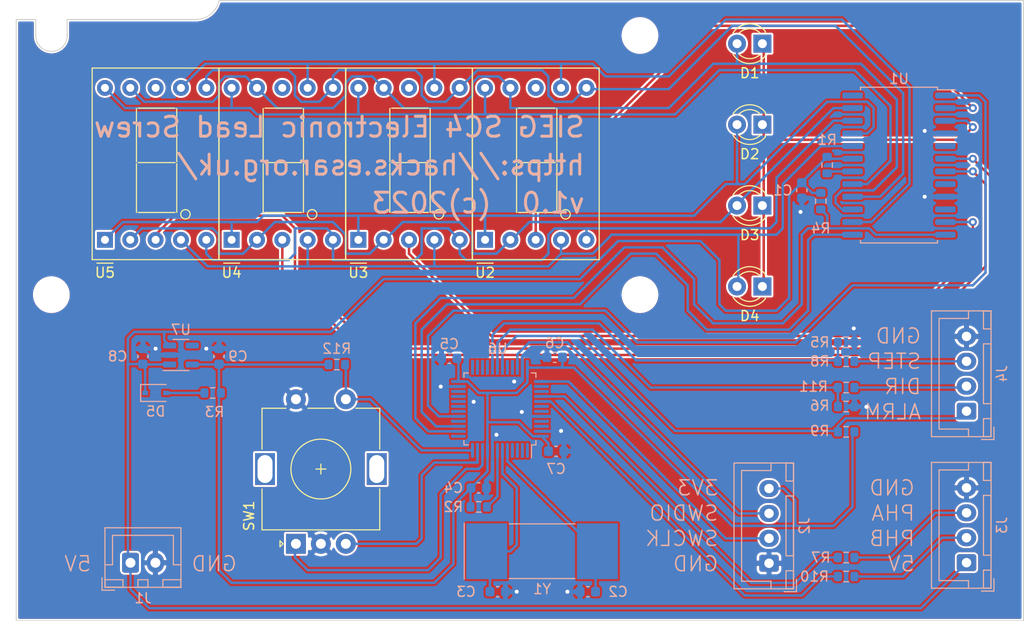
<source format=kicad_pcb>
(kicad_pcb (version 20211014) (generator pcbnew)
  (layers (0 "F.Cu" signal) (31 "B.Cu" signal) (34 "B.Paste" user) (35 "F.Paste" user) (36 "B.SilkS" user "B.Silkscreen") (37 "F.SilkS" user "F.Silkscreen") (38 "B.Mask" user) (39 "F.Mask" user) (44 "Edge.Cuts" user))
  (net 0 "")
  (net 1 "+5V")
  (net 2 "GND")
  (net 3 "Net-(C2-Pad1)")
  (net 4 "Net-(C3-Pad1)")
  (net 5 "+3V3")
  (net 6 "/SEG0")
  (net 7 "/SEG1")
  (net 8 "/DIG4")
  (net 9 "/SEG2")
  (net 10 "/SEG3")
  (net 11 "Net-(D5-Pad2)")
  (net 12 "/UI_ENC_PHA")
  (net 13 "/UI_ENC_PHB")
  (net 14 "/UI_ENC_BTN")
  (net 15 "/SWDIO")
  (net 16 "/SWCLK")
  (net 17 "Net-(J3-Pad2)")
  (net 18 "Net-(J3-Pad3)")
  (net 19 "/SERVO_ALARM")
  (net 20 "Net-(J4-Pad2)")
  (net 21 "Net-(J4-Pad3)")
  (net 22 "Net-(R1-Pad2)")
  (net 23 "Net-(R2-Pad2)")
  (net 24 "/SPI_NSS")
  (net 25 "/SERVO_DIR")
  (net 26 "/SERVO_STEP")
  (net 27 "/SPINDLE_ENC_PHB")
  (net 28 "/SPINDLE_ENC_PHA")
  (net 29 "/SPI_MOSI")
  (net 30 "/DIG0")
  (net 32 "/DIG2")
  (net 33 "/DIG3")
  (net 36 "/DIG1")
  (net 37 "/SPI_SCLK")
  (net 38 "/SEG5")
  (net 39 "/SEG6")
  (net 40 "/SEG4")
  (net 41 "/SEG7")
  (footprint "LED_THT:LED_D3.0mm" (layer "F.Cu") (at 175.755 83.705 180)
    (fp_text reference "D1")
    (fp_text value "LED")
  )
  (footprint "Display_7Segment:D1X8K" (layer "F.Cu") (at 147.955 103.3825 90)
    (fp_text reference "U2")
    (fp_text value "SC05-11EWA")
  )
  (footprint "MountingHole:MountingHole_3.2mm_M3" (layer "F.Cu") (at 104.485 108.885)
    (fp_text reference "H1" hide)
    (fp_text value "MountingHole")
  )
  (footprint "LED_THT:LED_D3.0mm" (layer "F.Cu") (at 175.755 108.065 180)
    (fp_text reference "D4")
    (fp_text value "LED")
  )
  (footprint "Display_7Segment:D1X8K" (layer "F.Cu") (at 109.855 103.3825 90)
    (fp_text reference "U5")
    (fp_text value "SC05-11EWA")
  )
  (footprint "LED_THT:LED_D3.0mm" (layer "F.Cu") (at 175.755 99.945 180)
    (fp_text reference "D3")
    (fp_text value "LED")
  )
  (footprint "Display_7Segment:D1X8K" (layer "F.Cu") (at 135.255 103.3825 90)
    (fp_text reference "U3")
    (fp_text value "SC05-11EWA")
  )
  (footprint "LED_THT:LED_D3.0mm" (layer "F.Cu") (at 175.755 91.825 180)
    (fp_text reference "D2")
    (fp_text value "LED")
  )
  (footprint "Rotary_Encoder:RotaryEncoder_Alps_EC11E-Switch_Vertical_H20mm" (layer "F.Cu") (at 129 133.878 90)
    (fp_text reference "SW1")
    (fp_text value "RotaryEncoder_Switch")
  )
  (footprint "MountingHole:MountingHole_3.2mm_M3" (layer "F.Cu") (at 163.485 82.885)
    (fp_text reference "H2" hide)
    (fp_text value "MountingHole")
  )
  (footprint "MountingHole:MountingHole_3.2mm_M3" (layer "F.Cu") (at 163.485 108.885)
    (fp_text reference "H4" hide)
    (fp_text value "MountingHole")
  )
  (footprint "Display_7Segment:D1X8K" (layer "F.Cu") (at 122.555 103.3825 90)
    (fp_text reference "U4")
    (fp_text value "SC05-11EWA")
  )
  (footprint "Connector_JST:JST_XH_B2B-XH-A_1x02_P2.50mm_Vertical" (layer "B.Cu") (at 112.415 135.78)
    (fp_text reference "J1")
    (fp_text value "Power")
  )
  (footprint "Resistor_SMD:R_0603_1608Metric" (layer "B.Cu") (at 182.245 95.885 -90)
    (fp_text reference "R1")
    (fp_text value "27K")
  )
  (footprint "Resistor_SMD:R_0603_1608Metric" (layer "B.Cu") (at 184.15 137.16)
    (fp_text reference "R10")
    (fp_text value "1K")
  )
  (footprint "Capacitor_SMD:C_0603_1608Metric" (layer "B.Cu") (at 154.94 115.17 180)
    (fp_text reference "C6")
    (fp_text value "0.1uF")
  )
  (footprint "Resistor_SMD:R_0603_1608Metric" (layer "B.Cu") (at 184.15 122.65 180)
    (fp_text reference "R9")
    (fp_text value "10K")
  )
  (footprint "Capacitor_SMD:C_0603_1608Metric" (layer "B.Cu") (at 121.285 115.075 90)
    (fp_text reference "C9")
    (fp_text value "0.1uF")
  )
  (footprint "Resistor_SMD:R_0603_1608Metric" (layer "B.Cu") (at 184.15 115.57)
    (fp_text reference "R8")
    (fp_text value "120R")
  )
  (footprint "Package_QFP:LQFP-48_7x7mm_P0.5mm" (layer "B.Cu") (at 149.4475 120.345 90)
    (fp_text reference "U6")
    (fp_text value "STM32F103C8Tx")
  )
  (footprint "Package_SO:SOIC-24W_7.5x15.4mm_P1.27mm" (layer "B.Cu") (at 189.445 95.885 180)
    (fp_text reference "U1")
    (fp_text value "MAX7219")
  )
  (footprint "Resistor_SMD:R_0603_1608Metric" (layer "B.Cu") (at 147.32 130.175)
    (fp_text reference "R2")
    (fp_text value "10K")
  )
  (footprint "Resistor_SMD:R_0603_1608Metric" (layer "B.Cu") (at 133.096 115.898)
    (fp_text reference "R12")
    (fp_text value "3K3")
  )
  (footprint "Resistor_SMD:R_0603_1608Metric" (layer "B.Cu") (at 181.61 99.505 -90)
    (fp_text reference "R4")
    (fp_text value "10K")
  )
  (footprint "Package_TO_SOT_SMD:SOT-23-5" (layer "B.Cu") (at 117.475 114.935)
    (fp_text reference "U7")
    (fp_text value "TLV73333PDBV")
  )
  (footprint "Connector_JST:JST_XH_B4B-XH-A_1x04_P2.50mm_Vertical" (layer "B.Cu") (at 196.215 120.57 90)
    (fp_text reference "J4")
    (fp_text value "Servo")
  )
  (footprint "Diode_SMD:D_SOD-323" (layer "B.Cu") (at 114.935 118.745)
    (fp_text reference "D5")
    (fp_text value "3.3V")
  )
  (footprint "Capacitor_SMD:C_0603_1608Metric" (layer "B.Cu") (at 158.255 138.684 180)
    (fp_text reference "C2")
    (fp_text value "C_Small")
  )
  (footprint "Capacitor_SMD:C_0603_1608Metric" (layer "B.Cu") (at 144.3675 115.265 180)
    (fp_text reference "C5")
    (fp_text value "0.1uF")
  )
  (footprint "Resistor_SMD:R_0603_1608Metric" (layer "B.Cu") (at 120.65 118.745)
    (fp_text reference "R3")
    (fp_text value "1K")
  )
  (footprint "Crystal:Crystal_SMD_SeikoEpson_MA505-2Pin_12.7x5.1mm" (layer "B.Cu") (at 153.67 134.62)
    (fp_text reference "Y1")
    (fp_text value "Crystal")
  )
  (footprint "Resistor_SMD:R_0603_1608Metric" (layer "B.Cu") (at 184.15 135.255)
    (fp_text reference "R7")
    (fp_text value "1K")
  )
  (footprint "Capacitor_SMD:C_0603_1608Metric" (layer "B.Cu") (at 147.32 128.27)
    (fp_text reference "C4")
    (fp_text value "0.1uF")
  )
  (footprint "Resistor_SMD:R_0603_1608Metric" (layer "B.Cu") (at 184.15 120.11)
    (fp_text reference "R6")
    (fp_text value "10K")
  )
  (footprint "Connector_JST:JST_XH_B4B-XH-A_1x04_P2.50mm_Vertical" (layer "B.Cu") (at 176.42 135.83 90)
    (fp_text reference "J2")
    (fp_text value "SWD")
  )
  (footprint "Capacitor_SMD:C_0603_1608Metric" (layer "B.Cu") (at 113.665 115.075 90)
    (fp_text reference "C8")
    (fp_text value "0.1uF")
  )
  (footprint "Connector_JST:JST_XH_B4B-XH-A_1x04_P2.50mm_Vertical" (layer "B.Cu") (at 196.215 135.77 90)
    (fp_text reference "J3")
    (fp_text value "Spindle_Encoder")
  )
  (footprint "Capacitor_SMD:C_0603_1608Metric" (layer "B.Cu") (at 155.08 124.6)
    (fp_text reference "C7")
    (fp_text value "0.1uF")
  )
  (footprint "Capacitor_SMD:C_0603_1608Metric" (layer "B.Cu") (at 179.705 98.425 -90)
    (fp_text reference "C1")
    (fp_text value "0.1uF")
  )
  (footprint "Resistor_SMD:R_0603_1608Metric" (layer "B.Cu") (at 184.15 113.665)
    (fp_text reference "R5")
    (fp_text value "10K")
  )
  (footprint "Resistor_SMD:R_0603_1608Metric" (layer "B.Cu") (at 184.15 118.205)
    (fp_text reference "R11")
    (fp_text value "120R")
  )
  (footprint "Capacitor_SMD:C_0603_1608Metric" (layer "B.Cu") (at 149.225 138.684)
    (fp_text reference "C3")
    (fp_text value "C_Small")
  )
  (gr_line (start 118.872 81.28) (end 106.0704 81.28) (layer "Edge.Cuts") (width 0.1))
  (gr_arc (start 106.0704 82.9056) (mid 104.4956 84.4804) (end 102.9208 82.9056) (layer "Edge.Cuts") (width 0.1))
  (gr_line (start 201.93 141.605) (end 100.965 141.605) (layer "Edge.Cuts") (width 0.1))
  (gr_line (start 106.0704 82.9056) (end 106.0704 81.28) (layer "Edge.Cuts") (width 0.1))
  (gr_line (start 100.965 141.605) (end 100.965 81.28) (layer "Edge.Cuts") (width 0.1))
  (gr_line (start 100.965 81.28) (end 102.9208 81.28) (layer "Edge.Cuts") (width 0.1))
  (gr_line (start 201.93 79.375) (end 201.93 141.605) (layer "Edge.Cuts") (width 0.1))
  (gr_line (start 102.9208 82.9056) (end 102.9208 81.28) (layer "Edge.Cuts") (width 0.1))
  (gr_line (start 201.93 79.375) (end 121.285 79.375) (layer "Edge.Cuts") (width 0.1))
  (gr_arc (start 121.286339 79.374848) (mid 120.42539 80.768458) (end 118.86934 81.280297) (layer "Edge.Cuts") (width 0.1))
  (gr_text "3V3" (at 171.45 128.27) (layer "B.SilkS") (effects (font (size 1.5 1.5)) (justify left mirror)))
  (gr_text "PHA" (at 191.135 130.81) (layer "B.SilkS") (effects (font (size 1.5 1.5)) (justify left mirror)))
  (gr_text "SIEG SC4 Electronic Lead Screw" (at 158.115 92.075) (layer "B.SilkS") (effects (font (size 2 2) (thickness 0.3)) (justify left mirror)))
  (gr_text "ALRM" (at 191.77 120.65) (layer "B.SilkS") (effects (font (size 1.5 1.5)) (justify left mirror)))
  (gr_text "GND" (at 191.77 113.03) (layer "B.SilkS") (effects (font (size 1.5 1.5)) (justify left mirror)))
  (gr_text "v1.0  (c)2023" (at 158.115 99.695) (layer "B.SilkS") (effects (font (size 2 2) (thickness 0.3)) (justify left mirror)))
  (gr_text "PHB" (at 191.135 133.35) (layer "B.SilkS") (effects (font (size 1.5 1.5)) (justify left mirror)))
  (gr_text "5V" (at 108.585 135.89) (layer "B.SilkS") (effects (font (size 1.5 1.5)) (justify left mirror)))
  (gr_text "https://hacks.esar.org.uk/" (at 158.115 95.885) (layer "B.SilkS") (effects (font (size 2 2) (thickness 0.3)) (justify left mirror)))
  (gr_text "SWDIO" (at 171.45 130.81) (layer "B.SilkS") (effects (font (size 1.5 1.5)) (justify left mirror)))
  (gr_text "GND" (at 191.135 128.27) (layer "B.SilkS") (effects (font (size 1.5 1.5)) (justify left mirror)))
  (gr_text "5V" (at 191.135 135.89) (layer "B.SilkS") (effects (font (size 1.5 1.5)) (justify left mirror)))
  (gr_text "DIR" (at 191.77 118.11) (layer "B.SilkS") (effects (font (size 1.5 1.5)) (justify left mirror)))
  (gr_text "GND" (at 171.45 135.89) (layer "B.SilkS") (effects (font (size 1.5 1.5)) (justify left mirror)))
  (gr_text "GND" (at 123.19 135.89) (layer "B.SilkS") (effects (font (size 1.5 1.5)) (justify left mirror)))
  (gr_text "SWCLK" (at 171.45 133.35) (layer "B.SilkS") (effects (font (size 1.5 1.5)) (justify left mirror)))
  (gr_text "STEP" (at 191.77 115.57) (layer "B.SilkS") (effects (font (size 1.5 1.5)) (justify left mirror)))
  (segment (start 112.16 115.805) (end 112.16 135.525) (width 0.25) (layer "B.Cu") (net 1))
  (segment (start 161.29 103.505) (end 169.545 103.505) (width 0.25) (layer "B.Cu") (net 1))
  (segment (start 182.435 95.25) (end 182.245 95.06) (width 0.25) (layer "B.Cu") (net 1))
  (segment (start 171.45 109.855) (end 172.085 110.49) (width 0.25) (layer "B.Cu") (net 1))
  (segment (start 172.085 110.49) (end 177.165 110.49) (width 0.25) (layer "B.Cu") (net 1))
  (segment (start 113.665 115.85) (end 112.205 115.85) (width 0.25) (layer "B.Cu") (net 1))
  (segment (start 113.665 115.85) (end 113.885 116.07) (width 0.25) (layer "B.Cu") (net 1))
  (segment (start 115.79 113.4375) (end 115.79 112.615) (width 0.25) (layer "B.Cu") (net 1))
  (segment (start 112.795 112.615) (end 112.16 113.25) (width 0.25) (layer "B.Cu") (net 1))
  (segment (start 191.65 140.335) (end 196.215 135.77) (width 0.25) (layer "B.Cu") (net 1))
  (segment (start 177.165 110.49) (end 178.435 109.22) (width 0.25) (layer "B.Cu") (net 1))
  (segment (start 157.48 107.315) (end 161.29 103.505) (width 0.25) (layer "B.Cu") (net 1))
  (segment (start 181.61 98.68) (end 180.735 98.68) (width 0.25) (layer "B.Cu") (net 1))
  (segment (start 178.435 109.22) (end 178.435 98.92) (width 0.25) (layer "B.Cu") (net 1))
  (segment (start 113.7 115.885) (end 113.665 115.85) (width 0.25) (layer "B.Cu") (net 1))
  (segment (start 171.45 105.41) (end 171.45 109.855) (width 0.25) (layer "B.Cu") (net 1))
  (segment (start 180.735 98.68) (end 179.705 97.65) (width 0.25) (layer "B.Cu") (net 1))
  (segment (start 169.545 103.505) (end 171.45 105.41) (width 0.25) (layer "B.Cu") (net 1))
  (segment (start 178.435 98.92) (end 179.705 97.65) (width 0.25) (layer "B.Cu") (net 1))
  (segment (start 114.3 140.335) (end 191.65 140.335) (width 0.25) (layer "B.Cu") (net 1))
  (segment (start 179.705 97.65) (end 179.705 97.6) (width 0.25) (layer "B.Cu") (net 1))
  (segment (start 112.415 138.45) (end 112.415 135.78) (width 0.25) (layer "B.Cu") (net 1))
  (segment (start 115.79 112.615) (end 112.795 112.615) (width 0.25) (layer "B.Cu") (net 1))
  (segment (start 113.885 116.07) (end 113.885 118.745) (width 0.25) (layer "B.Cu") (net 1))
  (segment (start 115.79 112.615) (end 132.495 112.615) (width 0.25) (layer "B.Cu") (net 1))
  (segment (start 112.16 113.25) (end 112.16 115.805) (width 0.25) (layer "B.Cu") (net 1))
  (segment (start 184.795 95.25) (end 182.435 95.25) (width 0.25) (layer "B.Cu") (net 1))
  (segment (start 114.3 140.335) (end 112.415 138.45) (width 0.25) (layer "B.Cu") (net 1))
  (segment (start 137.795 107.315) (end 157.48 107.315) (width 0.25) (layer "B.Cu") (net 1))
  (segment (start 116.3375 115.885) (end 113.7 115.885) (width 0.25) (layer "B.Cu") (net 1))
  (segment (start 112.205 115.85) (end 112.16 115.805) (width 0.25) (layer "B.Cu") (net 1))
  (segment (start 116.3375 113.985) (end 115.79 113.4375) (width 0.25) (layer "B.Cu") (net 1))
  (segment (start 112.16 135.525) (end 112.415 135.78) (width 0.25) (layer "B.Cu") (net 1))
  (segment (start 179.705 97.6) (end 182.245 95.06) (width 0.25) (layer "B.Cu") (net 1))
  (segment (start 132.495 112.615) (end 137.795 107.315) (width 0.25) (layer "B.Cu") (net 1))
  (via (at 120.015 114.3) (size 0.8) (drill 0.4) (layers "F.Cu" "B.Cu") (net 2))
  (via (at 151.638 120.65) (size 0.8) (drill 0.4) (layers "F.Cu" "B.Cu") (net 2))
  (via (at 146.812 119.634) (size 0.8) (drill 0.4) (layers "F.Cu" "B.Cu") (net 2))
  (via (at 150.876 117.602) (size 0.8) (drill 0.4) (layers "F.Cu" "B.Cu") (net 2))
  (via (at 114.935 114.3) (size 0.8) (drill 0.4) (layers "F.Cu" "B.Cu") (net 2))
  (via (at 192.024 92.456) (size 0.8) (drill 0.4) (layers "F.Cu" "B.Cu") (net 2))
  (via (at 149.098 122.936) (size 0.8) (drill 0.4) (layers "F.Cu" "B.Cu") (net 2))
  (via (at 156.21 138.684) (size 0.8) (drill 0.4) (layers "F.Cu" "B.Cu") (net 2))
  (via (at 184.912 112.268) (size 0.8) (drill 0.4) (layers "F.Cu" "B.Cu") (net 2))
  (via (at 143.51 118.11) (size 0.8) (drill 0.4) (layers "F.Cu" "B.Cu") (net 2))
  (via (at 192.024 99.06) (size 0.8) (drill 0.4) (layers "F.Cu" "B.Cu") (net 2))
  (via (at 179.578 100.584) (size 0.8) (drill 0.4) (layers "F.Cu" "B.Cu") (net 2))
  (via (at 155.575 122.555) (size 0.8) (drill 0.4) (layers "F.Cu" "B.Cu") (net 2))
  (via (at 151.13 138.684) (size 0.8) (drill 0.4) (layers "F.Cu" "B.Cu") (net 2))
  (via (at 186.182 120.142) (size 0.8) (drill 0.4) (layers "F.Cu" "B.Cu") (net 2))
  (segment (start 114.3 114.935) (end 113.665 114.3) (width 0.25) (layer "B.Cu") (net 2))
  (segment (start 116.3375 114.935) (end 114.3 114.935) (width 0.25) (layer "B.Cu") (net 2))
  (segment (start 150.1975 125.5975) (end 159.22 134.62) (width 0.25) (layer "B.Cu") (net 3))
  (segment (start 159.03 138.684) (end 159.03 134.81) (width 0.25) (layer "B.Cu") (net 3))
  (segment (start 159.03 134.81) (end 159.22 134.62) (width 0.25) (layer "B.Cu") (net 3))
  (segment (start 150.1975 124.5075) (end 150.1975 125.5975) (width 0.25) (layer "B.Cu") (net 3))
  (segment (start 149.6975 126.8375) (end 151.13 128.27) (width 0.25) (layer "B.Cu") (net 4))
  (segment (start 151.13 128.27) (end 151.13 133.985) (width 0.25) (layer "B.Cu") (net 4))
  (segment (start 151.13 133.985) (end 150.495 134.62) (width 0.25) (layer "B.Cu") (net 4))
  (segment (start 148.45 134.95) (end 148.12 134.62) (width 0.25) (layer "B.Cu") (net 4))
  (segment (start 149.6975 124.5075) (end 149.6975 126.8375) (width 0.25) (layer "B.Cu") (net 4))
  (segment (start 148.45 138.684) (end 148.45 134.95) (width 0.25) (layer "B.Cu") (net 4))
  (segment (start 150.495 134.62) (end 148.12 134.62) (width 0.25) (layer "B.Cu") (net 4))
  (segment (start 184.975 122.745) (end 184.975 122.65) (width 0.25) (layer "B.Cu") (net 5))
  (segment (start 152.746802 123.095) (end 151.329302 121.6775) (width 0.25) (layer "B.Cu") (net 5))
  (segment (start 151.329302 121.6775) (end 148.1975 121.6775) (width 0.25) (layer "B.Cu") (net 5))
  (segment (start 172.72 132.08) (end 179.07 132.08) (width 0.25) (layer "B.Cu") (net 5))
  (segment (start 184.785 130.175) (end 184.785 122.935) (width 0.25) (layer "B.Cu") (net 5))
  (segment (start 177.86 128.33) (end 179.07 129.54) (width 0.25) (layer "B.Cu") (net 5))
  (segment (start 148.1975 123.4325) (end 148.1975 124.5075) (width 0.25) (layer "B.Cu") (net 5))
  (segment (start 147.32 118.745) (end 148.1975 118.745) (width 0.25) (layer "B.Cu") (net 5))
  (segment (start 184.785 122.935) (end 184.975 122.745) (width 0.25) (layer "B.Cu") (net 5))
  (segment (start 146.545 128.27) (end 144.78 130.035) (width 0.25) (layer "B.Cu") (net 5))
  (segment (start 152.22 116.205) (end 155.575 116.205) (width 0.25) (layer "B.Cu") (net 5))
  (segment (start 148.1975 118.745) (end 148.1975 121.6775) (width 0.25) (layer "B.Cu") (net 5))
  (segment (start 156.845 116.205) (end 172.72 132.08) (width 0.25) (layer "B.Cu") (net 5))
  (segment (start 152.1975 117.6775) (end 151.13 118.745) (width 0.25) (layer "B.Cu") (net 5))
  (segment (start 121.333 115.898) (end 121.285 115.85) (width 0.25) (layer "B.Cu") (net 5))
  (segment (start 121.285 118.935) (end 121.475 118.745) (width 0.25) (layer "B.Cu") (net 5))
  (segment (start 121.475 118.745) (end 121.285 118.555) (width 0.25) (layer "B.Cu") (net 5))
  (segment (start 146.495 130.175) (end 146.495 128.32) (width 0.25) (layer "B.Cu") (net 5))
  (segment (start 154.305 123.79) (end 153.61 123.095) (width 0.25) (layer "B.Cu") (net 5))
  (segment (start 146.17 117.595) (end 147.32 118.745) (width 0.25) (layer "B.Cu") (net 5))
  (segment (start 132.271 115.898) (end 121.333 115.898) (width 0.25) (layer "B.Cu") (net 5))
  (segment (start 155.715 116.065) (end 155.575 116.205) (width 0.25) (layer "B.Cu") (net 5))
  (segment (start 146.495 128.32) (end 146.545 128.27) (width 0.25) (layer "B.Cu") (net 5))
  (segment (start 145.285 115.4075) (end 145.1425 115.265) (width 0.25) (layer "B.Cu") (net 5))
  (segment (start 176.42 128.33) (end 177.86 128.33) (width 0.25) (layer "B.Cu") (net 5))
  (segment (start 121.285 118.555) (end 121.285 115.85) (width 0.25) (layer "B.Cu") (net 5))
  (segment (start 142.875 137.795) (end 122.555 137.795) (width 0.25) (layer "B.Cu") (net 5))
  (segment (start 118.6125 115.885) (end 121.25 115.885) (width 0.25) (layer "B.Cu") (net 5))
  (segment (start 155.575 116.205) (end 156.845 116.205) (width 0.25) (layer "B.Cu") (net 5))
  (segment (start 179.07 132.08) (end 182.88 132.08) (width 0.25) (layer "B.Cu") (net 5))
  (segment (start 148.1975 126.6175) (end 146.545 128.27) (width 0.25) (layer "B.Cu") (net 5))
  (segment (start 121.285 136.525) (end 121.285 118.935) (width 0.25) (layer "B.Cu") (net 5))
  (segment (start 122.555 137.795) (end 121.285 136.525) (width 0.25) (layer "B.Cu") (net 5))
  (segment (start 152.1975 116.1825) (end 152.1975 117.6775) (width 0.25) (layer "B.Cu") (net 5))
  (segment (start 121.25 115.885) (end 121.285 115.85) (width 0.25) (layer "B.Cu") (net 5))
  (segment (start 154.305 124.6) (end 154.305 123.79) (width 0.25) (layer "B.Cu") (net 5))
  (segment (start 144.78 130.035) (end 144.78 135.89) (width 0.25) (layer "B.Cu") (net 5))
  (segment (start 179.07 129.54) (end 179.07 132.08) (width 0.25) (layer "B.Cu") (net 5))
  (segment (start 145.285 117.595) (end 145.285 115.4075) (width 0.25) (layer "B.Cu") (net 5))
  (segment (start 145.285 117.595) (end 146.17 117.595) (width 0.25) (layer "B.Cu") (net 5))
  (segment (start 182.88 132.08) (end 184.785 130.175) (width 0.25) (layer "B.Cu") (net 5))
  (segment (start 151.13 118.745) (end 147.32 118.745) (width 0.25) (layer "B.Cu") (net 5))
  (segment (start 148.1975 124.5075) (end 148.1975 126.6175) (width 0.25) (layer "B.Cu") (net 5))
  (segment (start 153.61 123.095) (end 152.746802 123.095) (width 0.25) (layer "B.Cu") (net 5))
  (segment (start 148.1975 121.6775) (end 148.1975 123.4325) (width 0.25) (layer "B.Cu") (net 5))
  (segment (start 152.1975 116.1825) (end 152.22 116.205) (width 0.25) (layer "B.Cu") (net 5))
  (segment (start 144.78 135.89) (end 142.875 137.795) (width 0.25) (layer "B.Cu") (net 5))
  (segment (start 155.715 115.17) (end 155.715 116.065) (width 0.25) (layer "B.Cu") (net 5))
  (segment (start 155.575 88.1425) (end 155.575 85.725) (width 0.25) (layer "B.Cu") (net 6))
  (segment (start 172.085 81.28) (end 183.73 81.28) (width 0.25) (layer "B.Cu") (net 6))
  (segment (start 155.575 85.725) (end 153.035 85.725) (width 0.25) (layer "B.Cu") (net 6))
  (segment (start 186.69 101.6) (end 184.795 101.6) (width 0.25) (layer "B.Cu") (net 6))
  (segment (start 160.02 86.995) (end 166.37 86.995) (width 0.25) (layer "B.Cu") (net 6))
  (segment (start 142.875 88.1425) (end 142.875 85.725) (width 0.25) (layer "B.Cu") (net 6))
  (segment (start 155.575 85.725) (end 158.75 85.725) (width 0.25) (layer "B.Cu") (net 6))
  (segment (start 145.2925 85.725) (end 154.94 85.725) (width 0.25) (layer "B.Cu") (net 6))
  (segment (start 158.75 85.725) (end 160.02 86.995) (width 0.25) (layer "B.Cu") (net 6))
  (segment (start 142.875 85.725) (end 145.415 85.725) (width 0.25) (layer "B.Cu") (net 6))
  (segment (start 117.475 88.1425) (end 119.8925 85.725) (width 0.25) (layer "B.Cu") (net 6))
  (segment (start 190.5 97.79) (end 186.69 101.6) (width 0.25) (layer "B.Cu") (net 6))
  (segment (start 190.5 88.05) (end 190.5 97.79) (width 0.25) (layer "B.Cu") (net 6))
  (segment (start 130.175 88.1425) (end 130.175 85.725) (width 0.25) (layer "B.Cu") (net 6))
  (segment (start 130.175 85.725) (end 142.875 85.725) (width 0.25) (layer "B.Cu") (net 6))
  (segment (start 183.73 81.28) (end 190.5 88.05) (width 0.25) (layer "B.Cu") (net 6))
  (segment (start 119.8925 85.725) (end 130.175 85.725) (width 0.25) (layer "B.Cu") (net 6))
  (segment (start 166.37 86.995) (end 172.085 81.28) (width 0.25) (layer "B.Cu") (net 6))
  (segment (start 189.865 88.685) (end 183.095 81.915) (width 0.25) (layer "B.Cu") (net 7))
  (segment (start 128.905 88.9) (end 129.54 89.535) (width 0.25) (layer "B.Cu") (net 7))
  (segment (start 166.37 88.265) (end 158.2375 88.265) (width 0.25) (layer "B.Cu") (net 7))
  (segment (start 158.2375 88.265) (end 158.115 88.1425) (width 0.25) (layer "B.Cu") (net 7))
  (segment (start 144.0225 89.535) (end 145.415 88.1425) (width 0.25) (layer "B.Cu") (net 7))
  (segment (start 189.865 96.735) (end 189.865 88.685) (width 0.25) (layer "B.Cu") (net 7))
  (segment (start 187.54 99.06) (end 189.865 96.735) (width 0.25) (layer "B.Cu") (net 7))
  (segment (start 147.1975 86.36) (end 153.67 86.36) (width 0.25) (layer "B.Cu") (net 7))
  (segment (start 183.095 81.915) (end 172.72 81.915) (width 0.25) (layer "B.Cu") (net 7))
  (segment (start 132.715 86.93375) (end 133.28875 86.36) (width 0.25) (layer "B.Cu") (net 7))
  (segment (start 154.94 89.535) (end 156.7225 89.535) (width 0.25) (layer "B.Cu") (net 7))
  (segment (start 128.905 86.995) (end 128.905 88.9) (width 0.25) (layer "B.Cu") (net 7))
  (segment (start 128.27 86.36) (end 128.905 86.995) (width 0.25) (layer "B.Cu") (net 7))
  (segment (start 172.72 81.915) (end 166.37 88.265) (width 0.25) (layer "B.Cu") (net 7))
  (segment (start 156.7225 89.535) (end 158.115 88.1425) (width 0.25) (layer "B.Cu") (net 7))
  (segment (start 120.015 88.1425) (end 120.015 86.995) (width 0.25) (layer "B.Cu") (net 7))
  (segment (start 120.65 86.36) (end 128.27 86.36) (width 0.25) (layer "B.Cu") (net 7))
  (segment (start 145.415 88.1425) (end 147.1975 86.36) (width 0.25) (layer "B.Cu") (net 7))
  (segment (start 153.67 86.36) (end 154.305 86.995) (width 0.25) (layer "B.Cu") (net 7))
  (segment (start 131.3225 89.535) (end 132.715 88.1425) (width 0.25) (layer "B.Cu") (net 7))
  (segment (start 120.015 86.995) (end 120.65 86.36) (width 0.25) (layer "B.Cu") (net 7))
  (segment (start 142.24 89.535) (end 144.0225 89.535) (width 0.25) (layer "B.Cu") (net 7))
  (segment (start 154.305 88.9) (end 154.94 89.535) (width 0.25) (layer "B.Cu") (net 7))
  (segment (start 184.795 99.06) (end 187.54 99.06) (width 0.25) (layer "B.Cu") (net 7))
  (segment (start 132.715 88.1425) (end 132.715 86.93375) (width 0.25) (layer "B.Cu") (net 7))
  (segment (start 141.605 86.995) (end 141.605 88.9) (width 0.25) (layer "B.Cu") (net 7))
  (segment (start 129.54 89.535) (end 131.3225 89.535) (width 0.25) (layer "B.Cu") (net 7))
  (segment (start 133.28875 86.36) (end 140.97 86.36) (width 0.25) (layer "B.Cu") (net 7))
  (segment (start 140.97 86.36) (end 141.605 86.995) (width 0.25) (layer "B.Cu") (net 7))
  (segment (start 154.305 86.995) (end 154.305 88.9) (width 0.25) (layer "B.Cu") (net 7))
  (segment (start 141.605 88.9) (end 142.24 89.535) (width 0.25) (layer "B.Cu") (net 7))
  (segment (start 175.89 107.93) (end 175.755 108.065) (width 0.25) (layer "F.Cu") (net 8))
  (segment (start 175.89 83.84) (end 175.89 93.345) (width 0.25) (layer "F.Cu") (net 8))
  (segment (start 175.89 93.345) (end 175.89 107.93) (width 0.25) (layer "F.Cu") (net 8))
  (segment (start 175.755 83.705) (end 175.89 83.84) (width 0.25) (layer "F.Cu") (net 8))
  (segment (start 195.58 93.345) (end 175.89 93.345) (width 0.25) (layer "F.Cu") (net 8))
  (segment (start 196.85 92.075) (end 195.58 93.345) (width 0.25) (layer "F.Cu") (net 8))
  (via (at 196.85 92.075) (size 0.8) (drill 0.4) (layers "F.Cu" "B.Cu") (net 8))
  (segment (start 196.85 92.075) (end 196.215 91.44) (width 0.25) (layer "B.Cu") (net 8))
  (segment (start 196.215 91.44) (end 194.095 91.44) (width 0.25) (layer "B.Cu") (net 8))
  (segment (start 145.5375 106.045) (end 154.305 106.045) (width 0.25) (layer "B.Cu") (net 9))
  (segment (start 130.175 103.3825) (end 130.175 106.045) (width 0.25) (layer "B.Cu") (net 9))
  (segment (start 120.1375 106.045) (end 130.175 106.045) (width 0.25) (layer "B.Cu") (net 9))
  (segment (start 130.175 106.045) (end 145.415 106.045) (width 0.25) (layer "B.Cu") (net 9))
  (segment (start 177.165 102.87) (end 177.8 102.235) (width 0.25) (layer "B.Cu") (net 9))
  (segment (start 142.875 103.3825) (end 142.875 106.045) (width 0.25) (layer "B.Cu") (net 9))
  (segment (start 177.8 102.235) (end 177.8 97.79) (width 0.25) (layer "B.Cu") (net 9))
  (segment (start 160.655 102.87) (end 177.165 102.87) (width 0.25) (layer "B.Cu") (net 9))
  (segment (start 158.75 104.775) (end 160.655 102.87) (width 0.25) (layer "B.Cu") (net 9))
  (segment (start 173.355 107.925) (end 173.355 102.87) (width 0.25) (layer "B.Cu") (net 9))
  (segment (start 173.215 108.065) (end 173.355 107.925) (width 0.25) (layer "B.Cu") (net 9))
  (segment (start 155.575 104.775) (end 158.75 104.775) (width 0.25) (layer "B.Cu") (net 9))
  (segment (start 154.305 106.045) (end 155.575 104.775) (width 0.25) (layer "B.Cu") (net 9))
  (segment (start 177.8 97.79) (end 181.61 93.98) (width 0.25) (layer "B.Cu") (net 9))
  (segment (start 181.61 93.98) (end 184.795 93.98) (width 0.25) (layer "B.Cu") (net 9))
  (segment (start 117.475 103.3825) (end 120.1375 106.045) (width 0.25) (layer "B.Cu") (net 9))
  (segment (start 155.575 104.775) (end 155.575 103.3825) (width 0.25) (layer "B.Cu") (net 9))
  (segment (start 146.685 104.775) (end 149.1025 104.775) (width 0.25) (layer "B.Cu") (net 10))
  (segment (start 137.9175 103.3825) (end 139.7 101.6) (width 0.25) (layer "B.Cu") (net 10))
  (segment (start 139.7 101.6) (end 145.415 101.6) (width 0.25) (layer "B.Cu") (net 10))
  (segment (start 133.985 104.775) (end 136.4025 104.775) (width 0.25) (layer "B.Cu") (net 10))
  (segment (start 113.5425 102.235) (end 120.65 102.235) (width 0.25) (layer "B.Cu") (net 10))
  (segment (start 136.4025 104.775) (end 137.795 103.3825) (width 0.25) (layer "B.Cu") (net 10))
  (segment (start 125.095 103.3825) (end 126.8775 101.6) (width 0.25) (layer "B.Cu") (net 10))
  (segment (start 152.4 101.6) (end 171.56 101.6) (width 0.25) (layer "B.Cu") (net 10))
  (segment (start 126.8775 101.6) (end 132.715 101.6) (width 0.25) (layer "B.Cu") (net 10))
  (segment (start 145.415 101.6) (end 146.685 102.87) (width 0.25) (layer "B.Cu") (net 10))
  (segment (start 137.795 103.3825) (end 137.9175 103.3825) (width 0.25) (layer "B.Cu") (net 10))
  (segment (start 120.65 102.235) (end 121.285 102.87) (width 0.25) (layer "B.Cu") (net 10))
  (segment (start 149.1025 104.775) (end 150.495 103.3825) (width 0.25) (layer "B.Cu") (net 10))
  (segment (start 182.88 90.17) (end 173.215 99.835) (width 0.25) (layer "B.Cu") (net 10))
  (segment (start 121.285 104.775) (end 123.7025 104.775) (width 0.25) (layer "B.Cu") (net 10))
  (segment (start 123.7025 104.775) (end 125.095 103.3825) (width 0.25) (layer "B.Cu") (net 10))
  (segment (start 133.985 102.87) (end 133.985 104.775) (width 0.25) (layer "B.Cu") (net 10))
  (segment (start 146.685 102.87) (end 146.685 104.775) (width 0.25) (layer "B.Cu") (net 10))
  (segment (start 132.715 101.6) (end 133.985 102.87) (width 0.25) (layer "B.Cu") (net 10))
  (segment (start 184.795 90.17) (end 182.88 90.17) (width 0.25) (layer "B.Cu") (net 10))
  (segment (start 150.495 103.3825) (end 150.6175 103.3825) (width 0.25) (layer "B.Cu") (net 10))
  (segment (start 171.56 101.6) (end 173.215 99.945) (width 0.25) (layer "B.Cu") (net 10))
  (segment (start 150.6175 103.3825) (end 152.4 101.6) (width 0.25) (layer "B.Cu") (net 10))
  (segment (start 173.215 99.835) (end 173.215 99.945) (width 0.25) (layer "B.Cu") (net 10))
  (segment (start 121.285 102.87) (end 121.285 104.775) (width 0.25) (layer "B.Cu") (net 10))
  (segment (start 112.395 103.3825) (end 113.5425 102.235) (width 0.25) (layer "B.Cu") (net 10))
  (segment (start 119.825 118.745) (end 115.985 118.745) (width 0.25) (layer "B.Cu") (net 11))
  (segment (start 147.6975 124.5075) (end 147.6975 125.9875) (width 0.25) (layer "B.Cu") (net 12))
  (segment (start 128.905 134.175) (end 129 134.08) (width 0.25) (layer "B.Cu") (net 12))
  (segment (start 146.05 126.365) (end 143.51 128.905) (width 0.25) (layer "B.Cu") (net 12))
  (segment (start 143.51 135.255) (end 142.24 136.525) (width 0.25) (layer "B.Cu") (net 12))
  (segment (start 129 134.08) (end 129 133.878) (width 0.25) (layer "B.Cu") (net 12))
  (segment (start 147.6975 125.9875) (end 147.32 126.365) (width 0.25) (layer "B.Cu") (net 12))
  (segment (start 143.51 128.905) (end 143.51 135.255) (width 0.25) (layer "B.Cu") (net 12))
  (segment (start 128.905 135.255) (end 128.905 134.175) (width 0.25) (layer "B.Cu") (net 12))
  (segment (start 142.24 136.525) (end 130.175 136.525) (width 0.25) (layer "B.Cu") (net 12))
  (segment (start 130.175 136.525) (end 128.905 135.255) (width 0.25) (layer "B.Cu") (net 12))
  (segment (start 147.32 126.365) (end 146.05 126.365) (width 0.25) (layer "B.Cu") (net 12))
  (segment (start 142.875 125.73) (end 141.605 127) (width 0.25) (layer "B.Cu") (net 13))
  (segment (start 147.1975 124.5075) (end 147.1975 125.73) (width 0.25) (layer "B.Cu") (net 13))
  (segment (start 147.1975 125.73) (end 142.875 125.73) (width 0.25) (layer "B.Cu") (net 13))
  (segment (start 141.605 127) (end 141.605 133.35) (width 0.25) (layer "B.Cu") (net 13))
  (segment (start 141.605 133.35) (end 141.077 133.878) (width 0.25) (layer "B.Cu") (net 13))
  (segment (start 141.077 133.878) (end 134 133.878) (width 0.25) (layer "B.Cu") (net 13))
  (segment (start 141.6525 124.5075) (end 141.605 124.46) (width 0.25) (layer "B.Cu") (net 14))
  (segment (start 134 119.378) (end 134 115.977) (width 0.25) (layer "B.Cu") (net 14))
  (segment (start 136.445 119.378) (end 134 119.378) (width 0.25) (layer "B.Cu") (net 14))
  (segment (start 134 115.977) (end 133.921 115.898) (width 0.25) (layer "B.Cu") (net 14))
  (segment (start 141.5745 124.5075) (end 136.445 119.378) (width 0.25) (layer "B.Cu") (net 14))
  (segment (start 146.6975 124.5075) (end 141.6525 124.5075) (width 0.25) (layer "B.Cu") (net 14))
  (segment (start 152.4 113.665) (end 156.21 113.665) (width 0.25) (layer "B.Cu") (net 15))
  (segment (start 173.375 130.83) (end 176.42 130.83) (width 0.25) (layer "B.Cu") (net 15))
  (segment (start 156.21 113.665) (end 173.375 130.83) (width 0.25) (layer "B.Cu") (net 15))
  (segment (start 151.1975 114.8675) (end 152.4 113.665) (width 0.25) (layer "B.Cu") (net 15))
  (segment (start 151.1975 116.1825) (end 151.1975 114.8675) (width 0.25) (layer "B.Cu") (net 15))
  (segment (start 153.61 117.595) (end 156.33 117.595) (width 0.25) (layer "B.Cu") (net 16))
  (segment (start 172.065 133.33) (end 176.42 133.33) (width 0.25) (layer "B.Cu") (net 16))
  (segment (start 156.33 117.595) (end 172.065 133.33) (width 0.25) (layer "B.Cu") (net 16))
  (segment (start 193.755 133.27) (end 196.215 133.27) (width 0.25) (layer "B.Cu") (net 17))
  (segment (start 189.865 137.16) (end 193.755 133.27) (width 0.25) (layer "B.Cu") (net 17))
  (segment (start 184.975 137.16) (end 189.865 137.16) (width 0.25) (layer "B.Cu") (net 17))
  (segment (start 193.08 130.77) (end 196.215 130.77) (width 0.25) (layer "B.Cu") (net 18))
  (segment (start 184.975 135.255) (end 188.595 135.255) (width 0.25) (layer "B.Cu") (net 18))
  (segment (start 188.595 135.255) (end 193.08 130.77) (width 0.25) (layer "B.Cu") (net 18))
  (segment (start 183.23 122.555) (end 167.005 122.555) (width 0.25) (layer "B.Cu") (net 19))
  (segment (start 151.13 113.03) (end 149.6975 114.4625) (width 0.25) (layer "B.Cu") (net 19))
  (segment (start 183.325 122.65) (end 183.325 122.0625) (width 0.25) (layer "B.Cu") (net 19))
  (segment (start 183.325 122.65) (end 183.23 122.555) (width 0.25) (layer "B.Cu") (net 19))
  (segment (start 184.1025 121.285) (end 195.5 121.285) (width 0.25) (layer "B.Cu") (net 19))
  (segment (start 167.005 122.555) (end 157.48 113.03) (width 0.25) (layer "B.Cu") (net 19))
  (segment (start 157.48 113.03) (end 151.13 113.03) (width 0.25) (layer "B.Cu") (net 19))
  (segment (start 149.6975 114.4625) (end 149.6975 116.1825) (width 0.25) (layer "B.Cu") (net 19))
  (segment (start 183.325 122.0625) (end 184.1025 121.285) (width 0.25) (layer "B.Cu") (net 19))
  (segment (start 195.5 121.285) (end 196.215 120.57) (width 0.25) (layer "B.Cu") (net 19))
  (segment (start 184.975 118.205) (end 196.08 118.205) (width 0.25) (layer "B.Cu") (net 20))
  (segment (start 196.08 118.205) (end 196.215 118.07) (width 0.25) (layer "B.Cu") (net 20))
  (segment (start 184.975 115.57) (end 196.215 115.57) (width 0.25) (layer "B.Cu") (net 21))
  (segment (start 182.435 96.52) (end 182.245 96.71) (width 0.25) (layer "B.Cu") (net 22))
  (segment (start 184.795 96.52) (end 182.435 96.52) (width 0.25) (layer "B.Cu") (net 22))
  (segment (start 149.1975 129.1225) (end 148.145 130.175) (width 0.25) (layer "B.Cu") (net 23))
  (segment (start 149.1975 124.5075) (end 149.1975 129.1225) (width 0.25) (layer "B.Cu") (net 23))
  (segment (start 182.245 100.965) (end 182.245 102.235) (width 0.25) (layer "B.Cu") (net 24))
  (segment (start 142.28 122.595) (end 140.97 121.285) (width 0.25) (layer "B.Cu") (net 24))
  (segment (start 156.845 109.22) (end 161.925 104.14) (width 0.25) (layer "B.Cu") (net 24))
  (segment (start 165.735 104.14) (end 168.91 107.315) (width 0.25) (layer "B.Cu") (net 24))
  (segment (start 140.97 111.76) (end 143.51 109.22) (width 0.25) (layer "B.Cu") (net 24))
  (segment (start 170.815 111.76) (end 177.8 111.76) (width 0.25) (layer "B.Cu") (net 24))
  (segment (start 186.48 102.235) (end 187.115 102.87) (width 0.25) (layer "B.Cu") (net 24))
  (segment (start 145.285 122.595) (end 142.28 122.595) (width 0.25) (layer "B.Cu") (net 24))
  (segment (start 168.91 109.855) (end 170.815 111.76) (width 0.25) (layer "B.Cu") (net 24))
  (segment (start 179.705 109.855) (end 179.705 102.87) (width 0.25) (layer "B.Cu") (net 24))
  (segment (start 161.925 104.14) (end 165.735 104.14) (width 0.25) (layer "B.Cu") (net 24))
  (segment (start 143.51 109.22) (end 156.845 109.22) (width 0.25) (layer "B.Cu") (net 24))
  (segment (start 177.8 111.76) (end 179.705 109.855) (width 0.25) (layer "B.Cu") (net 24))
  (segment (start 181.61 100.33) (end 182.245 100.965) (width 0.25) (layer "B.Cu") (net 24))
  (segment (start 187.115 102.87) (end 194.095 102.87) (width 0.25) (layer "B.Cu") (net 24))
  (segment (start 140.97 121.285) (end 140.97 111.76) (width 0.25) (layer "B.Cu") (net 24))
  (segment (start 168.91 107.315) (end 168.91 109.855) (width 0.25) (layer "B.Cu") (net 24))
  (segment (start 179.705 102.87) (end 180.34 102.235) (width 0.25) (layer "B.Cu") (net 24))
  (segment (start 180.34 102.235) (end 186.48 102.235) (width 0.25) (layer "B.Cu") (net 24))
  (segment (start 183.325 118.205) (end 183.325 120.11) (width 0.25) (layer "B.Cu") (net 25))
  (segment (start 149.1975 113.6925) (end 150.495 112.395) (width 0.25) (layer "B.Cu") (net 25))
  (segment (start 158.75 112.395) (end 164.56 118.205) (width 0.25) (layer "B.Cu") (net 25))
  (segment (start 171.545 118.205) (end 183.325 118.205) (width 0.25) (layer "B.Cu") (net 25))
  (segment (start 164.56 118.205) (end 171.45 118.205) (width 0.25) (layer "B.Cu") (net 25))
  (segment (start 149.1975 116.1825) (end 149.1975 113.6925) (width 0.25) (layer "B.Cu") (net 25))
  (segment (start 150.495 112.395) (end 158.75 112.395) (width 0.25) (layer "B.Cu") (net 25))
  (segment (start 183.325 115.57) (end 183.325 113.665) (width 0.25) (layer "B.Cu") (net 26))
  (segment (start 183.23 115.475) (end 183.325 115.57) (width 0.25) (layer "B.Cu") (net 26))
  (segment (start 148.6975 112.9225) (end 149.86 111.76) (width 0.25) (layer "B.Cu") (net 26))
  (segment (start 163.1 115.475) (end 171.45 115.475) (width 0.25) (layer "B.Cu") (net 26))
  (segment (start 149.86 111.76) (end 159.385 111.76) (width 0.25) (layer "B.Cu") (net 26))
  (segment (start 171.355 115.475) (end 183.23 115.475) (width 0.25) (layer "B.Cu") (net 26))
  (segment (start 148.6975 116.1825) (end 148.6975 112.9225) (width 0.25) (layer "B.Cu") (net 26))
  (segment (start 159.385 111.76) (end 163.1 115.475) (width 0.25) (layer "B.Cu") (net 26))
  (segment (start 179.705 139.065) (end 181.61 137.16) (width 0.25) (layer "B.Cu") (net 27))
  (segment (start 153.61 119.595) (end 154.52 119.595) (width 0.25) (layer "B.Cu") (net 27))
  (segment (start 173.99 139.065) (end 179.705 139.065) (width 0.25) (layer "B.Cu") (net 27))
  (segment (start 154.52 119.595) (end 173.99 139.065) (width 0.25) (layer "B.Cu") (net 27))
  (segment (start 181.61 137.16) (end 183.325 137.16) (width 0.25) (layer "B.Cu") (net 27))
  (segment (start 153.61 119.095) (end 155.925 119.095) (width 0.25) (layer "B.Cu") (net 28))
  (segment (start 179.07 137.795) (end 181.61 135.255) (width 0.25) (layer "B.Cu") (net 28))
  (segment (start 174.625 137.795) (end 179.07 137.795) (width 0.25) (layer "B.Cu") (net 28))
  (segment (start 181.61 135.255) (end 183.325 135.255) (width 0.25) (layer "B.Cu") (net 28))
  (segment (start 155.925 119.095) (end 174.625 137.795) (width 0.25) (layer "B.Cu") (net 28))
  (segment (start 142.24 113.03) (end 144.78 110.49) (width 0.25) (layer "B.Cu") (net 29))
  (segment (start 179.07 113.665) (end 184.785 107.95) (width 0.25) (layer "B.Cu") (net 29))
  (segment (start 197.485 88.9) (end 194.095 88.9) (width 0.25) (layer "B.Cu") (net 29))
  (segment (start 160.02 110.49) (end 163.195 113.665) (width 0.25) (layer "B.Cu") (net 29))
  (segment (start 145.285 121.095) (end 143.32 121.095) (width 0.25) (layer "B.Cu") (net 29))
  (segment (start 143.32 121.095) (end 142.24 120.015) (width 0.25) (layer "B.Cu") (net 29))
  (segment (start 184.785 107.95) (end 196.85 107.95) (width 0.25) (layer "B.Cu") (net 29))
  (segment (start 198.12 106.68) (end 198.12 89.535) (width 0.25) (layer "B.Cu") (net 29))
  (segment (start 163.195 113.665) (end 179.07 113.665) (width 0.25) (layer "B.Cu") (net 29))
  (segment (start 144.78 110.49) (end 160.02 110.49) (width 0.25) (layer "B.Cu") (net 29))
  (segment (start 142.24 120.015) (end 142.24 113.03) (width 0.25) (layer "B.Cu") (net 29))
  (segment (start 196.85 107.95) (end 198.12 106.68) (width 0.25) (layer "B.Cu") (net 29))
  (segment (start 198.12 89.535) (end 197.485 88.9) (width 0.25) (layer "B.Cu") (net 29))
  (segment (start 196.85 90.17) (end 188.595 81.915) (width 0.25) (layer "F.Cu") (net 30))
  (segment (start 153.035 99.06) (end 153.035 103.3825) (width 0.25) (layer "F.Cu") (net 30))
  (segment (start 188.595 81.915) (end 170.18 81.915) (width 0.25) (layer "F.Cu") (net 30))
  (segment (start 170.18 81.915) (end 153.035 99.06) (width 0.25) (layer "F.Cu") (net 30))
  (via (at 196.85 90.17) (size 0.8) (drill 0.4) (layers "F.Cu" "B.Cu") (net 30))
  (segment (start 196.85 90.17) (end 194.095 90.17) (width 0.25) (layer "B.Cu") (net 30))
  (segment (start 190.5 114.935) (end 198.755 106.68) (width 0.25) (layer "F.Cu") (net 32))
  (segment (start 127.635 106.68) (end 135.89 114.935) (width 0.25) (layer "F.Cu") (net 32))
  (segment (start 135.89 114.935) (end 190.5 114.935) (width 0.25) (layer "F.Cu") (net 32))
  (segment (start 198.755 97.155) (end 196.85 95.25) (width 0.25) (layer "F.Cu") (net 32))
  (segment (start 198.755 106.68) (end 198.755 97.155) (width 0.25) (layer "F.Cu") (net 32))
  (segment (start 127.635 103.3825) (end 127.635 106.68) (width 0.25) (layer "F.Cu") (net 32))
  (via (at 196.85 95.25) (size 0.8) (drill 0.4) (layers "F.Cu" "B.Cu") (net 32))
  (segment (start 196.85 95.25) (end 194.095 95.25) (width 0.25) (layer "B.Cu") (net 32))
  (segment (start 114.935 103.3825) (end 114.935 102.87) (width 0.25) (layer "F.Cu") (net 33))
  (segment (start 116.84 100.965) (end 127.635 100.965) (width 0.25) (layer "F.Cu") (net 33))
  (segment (start 136.525 114.3) (end 189.865 114.3) (width 0.25) (layer "F.Cu") (net 33))
  (segment (start 189.865 114.3) (end 198.12 106.045) (width 0.25) (layer "F.Cu") (net 33))
  (segment (start 127.635 100.965) (end 128.905 102.235) (width 0.25) (layer "F.Cu") (net 33))
  (segment (start 128.905 102.235) (end 128.905 106.68) (width 0.25) (layer "F.Cu") (net 33))
  (segment (start 198.12 97.79) (end 196.85 96.52) (width 0.25) (layer "F.Cu") (net 33))
  (segment (start 114.935 102.87) (end 116.84 100.965) (width 0.25) (layer "F.Cu") (net 33))
  (segment (start 198.12 106.045) (end 198.12 97.79) (width 0.25) (layer "F.Cu") (net 33))
  (segment (start 128.905 106.68) (end 136.525 114.3) (width 0.25) (layer "F.Cu") (net 33))
  (via (at 196.85 96.52) (size 0.8) (drill 0.4) (layers "F.Cu" "B.Cu") (net 33))
  (segment (start 196.85 96.52) (end 194.095 96.52) (width 0.25) (layer "B.Cu") (net 33))
  (segment (start 196.85 104.775) (end 196.85 101.6) (width 0.25) (layer "F.Cu") (net 36))
  (segment (start 148.59 113.03) (end 188.595 113.03) (width 0.25) (layer "F.Cu") (net 36))
  (segment (start 140.335 104.775) (end 148.59 113.03) (width 0.25) (layer "F.Cu") (net 36))
  (segment (start 140.335 103.3825) (end 140.335 104.775) (width 0.25) (layer "F.Cu") (net 36))
  (segment (start 188.595 113.03) (end 196.85 104.775) (width 0.25) (layer "F.Cu") (net 36))
  (via (at 196.85 101.6) (size 0.8) (drill 0.4) (layers "F.Cu" "B.Cu") (net 36))
  (segment (start 196.85 101.6) (end 194.095 101.6) (width 0.25) (layer "B.Cu") (net 36))
  (segment (start 178.435 112.395) (end 180.34 110.49) (width 0.25) (layer "B.Cu") (net 37))
  (segment (start 180.8725 102.87) (end 184.795 102.87) (width 0.25) (layer "B.Cu") (net 37))
  (segment (start 144.145 109.855) (end 157.48 109.855) (width 0.25) (layer "B.Cu") (net 37))
  (segment (start 165.1 104.775) (end 168.275 107.95) (width 0.25) (layer "B.Cu") (net 37))
  (segment (start 141.605 112.395) (end 144.145 109.855) (width 0.25) (layer "B.Cu") (net 37))
  (segment (start 145.285 122.095) (end 143.05 122.095) (width 0.25) (layer "B.Cu") (net 37))
  (segment (start 168.275 107.95) (end 168.275 110.49) (width 0.25) (layer "B.Cu") (net 37))
  (segment (start 180.34 110.49) (end 180.34 103.4025) (width 0.25) (layer "B.Cu") (net 37))
  (segment (start 170.18 112.395) (end 178.435 112.395) (width 0.25) (layer "B.Cu") (net 37))
  (segment (start 157.48 109.855) (end 162.56 104.775) (width 0.25) (layer "B.Cu") (net 37))
  (segment (start 141.605 120.65) (end 141.605 112.395) (width 0.25) (layer "B.Cu") (net 37))
  (segment (start 168.275 110.49) (end 170.18 112.395) (width 0.25) (layer "B.Cu") (net 37))
  (segment (start 143.05 122.095) (end 141.605 120.65) (width 0.25) (layer "B.Cu") (net 37))
  (segment (start 162.56 104.775) (end 165.1 104.775) (width 0.25) (layer "B.Cu") (net 37))
  (segment (start 180.34 103.4025) (end 180.8725 102.87) (width 0.25) (layer "B.Cu") (net 37))
  (segment (start 183.73 100.33) (end 184.795 100.33) (width 0.25) (layer "B.Cu") (net 38))
  (segment (start 139.8225 90.17) (end 145.415 90.17) (width 0.25) (layer "B.Cu") (net 38))
  (segment (start 166.37 90.17) (end 150.495 90.17) (width 0.25) (layer "B.Cu") (net 38))
  (segment (start 121.92 86.995) (end 123.9475 86.995) (width 0.25) (layer "B.Cu") (net 38))
  (segment (start 134.62 86.995) (end 136.6475 86.995) (width 0.25) (layer "B.Cu") (net 38))
  (segment (start 170.815 85.725) (end 166.37 90.17) (width 0.25) (layer "B.Cu") (net 38))
  (segment (start 183.095 99.695) (end 183.73 100.33) (width 0.25) (layer "B.Cu") (net 38))
  (segment (start 125.095 88.1425) (end 127.1225 90.17) (width 0.25) (layer "B.Cu") (net 38))
  (segment (start 150.495 90.17) (end 150.495 88.1425) (width 0.25) (layer "B.Cu") (net 38))
  (segment (start 137.795 88.1425) (end 139.8225 90.17) (width 0.25) (layer "B.Cu") (net 38))
  (segment (start 185.635 85.725) (end 189.23 89.32) (width 0.25) (layer "B.Cu") (net 38))
  (segment (start 121.285 88.9) (end 121.285 87.63) (width 0.25) (layer "B.Cu") (net 38))
  (segment (start 136.6475 86.995) (end 137.795 88.1425) (width 0.25) (layer "B.Cu") (net 38))
  (segment (start 147.32 86.995) (end 149.3475 86.995) (width 0.25) (layer "B.Cu") (net 38))
  (segment (start 189.23 89.32) (end 189.23 96.1) (width 0.25) (layer "B.Cu") (net 38))
  (segment (start 189.23 96.1) (end 186.905 98.425) (width 0.25) (layer "B.Cu") (net 38))
  (segment (start 173.355 85.725) (end 170.815 85.725) (width 0.25) (layer "B.Cu") (net 38))
  (segment (start 145.415 90.17) (end 146.685 88.9) (width 0.25) (layer "B.Cu") (net 38))
  (segment (start 173.215 85.725) (end 185.635 85.725) (width 0.25) (layer "B.Cu") (net 38))
  (segment (start 133.985 88.9) (end 133.985 87.63) (width 0.25) (layer "B.Cu") (net 38))
  (segment (start 146.685 88.9) (end 146.685 87.63) (width 0.25) (layer "B.Cu") (net 38))
  (segment (start 112.395 88.1425) (end 113.7875 89.535) (width 0.25) (layer "B.Cu") (net 38))
  (segment (start 123.9475 86.995) (end 125.095 88.1425) (width 0.25) (layer "B.Cu") (net 38))
  (segment (start 183.73 98.425) (end 183.095 99.06) (width 0.25) (layer "B.Cu") (net 38))
  (segment (start 120.65 89.535) (end 121.285 88.9) (width 0.25) (layer "B.Cu") (net 38))
  (segment (start 132.715 90.17) (end 133.985 88.9) (width 0.25) (layer "B.Cu") (net 38))
  (segment (start 121.285 87.63) (end 121.92 86.995) (width 0.25) (layer "B.Cu") (net 38))
  (segment (start 113.7875 89.535) (end 120.65 89.535) (width 0.25) (layer "B.Cu") (net 38))
  (segment (start 186.905 98.425) (end 183.73 98.425) (width 0.25) (layer "B.Cu") (net 38))
  (segment (start 183.095 99.06) (end 183.095 99.695) (width 0.25) (layer "B.Cu") (net 38))
  (segment (start 173.215 83.705) (end 173.215 85.725) (width 0.25) (layer "B.Cu") (net 38))
  (segment (start 133.985 87.63) (end 134.62 86.995) (width 0.25) (layer "B.Cu") (net 38))
  (segment (start 146.685 87.63) (end 147.32 86.995) (width 0.25) (layer "B.Cu") (net 38))
  (segment (start 127.1225 90.17) (end 132.715 90.17) (width 0.25) (layer "B.Cu") (net 38))
  (segment (start 149.3475 86.995) (end 150.495 88.1425) (width 0.25) (layer "B.Cu") (net 38))
  (segment (start 111.8825 90.17) (end 124.46 90.17) (width 0.25) (layer "B.Cu") (net 39))
  (segment (start 167.005 90.805) (end 135.255 90.805) (width 0.25) (layer "B.Cu") (net 39))
  (segment (start 135.255 88.1425) (end 135.255 90.805) (width 0.25) (layer "B.Cu") (net 39))
  (segment (start 188.595 89.955) (end 185 86.36) (width 0.25) (layer "B.Cu") (net 39))
  (segment (start 186.27 97.79) (end 188.595 95.465) (width 0.25) (layer "B.Cu") (net 39))
  (segment (start 124.46 90.17) (end 125.095 90.805) (width 0.25) (layer "B.Cu") (net 39))
  (segment (start 147.955 88.1425) (end 147.955 90.805) (width 0.25) (layer "B.Cu") (net 39))
  (segment (start 125.2175 90.805) (end 135.255 90.805) (width 0.25) (layer "B.Cu") (net 39))
  (segment (start 122.555 88.1425) (end 122.555 90.17) (width 0.25) (layer "B.Cu") (net 39))
  (segment (start 188.595 95.465) (end 188.595 89.955) (width 0.25) (layer "B.Cu") (net 39))
  (segment (start 109.855 88.1425) (end 111.8825 90.17) (width 0.25) (layer "B.Cu") (net 39))
  (segment (start 171.45 86.36) (end 167.005 90.805) (width 0.25) (layer "B.Cu") (net 39))
  (segment (start 185 86.36) (end 171.45 86.36) (width 0.25) (layer "B.Cu") (net 39))
  (segment (start 184.795 97.79) (end 186.27 97.79) (width 0.25) (layer "B.Cu") (net 39))
  (segment (start 186.905 90.17) (end 186.27 89.535) (width 0.25) (layer "B.Cu") (net 40))
  (segment (start 109.855 103.3825) (end 111.6375 101.6) (width 0.25) (layer "B.Cu") (net 40))
  (segment (start 122.555 101.6) (end 125.095 101.6) (width 0.25) (layer "B.Cu") (net 40))
  (segment (start 184.795 92.71) (end 186.27 92.71) (width 0.25) (layer "B.Cu") (net 40))
  (segment (start 125.095 101.6) (end 125.73 100.965) (width 0.25) (layer "B.Cu") (net 40))
  (segment (start 186.905 92.075) (end 186.905 90.17) (width 0.25) (layer "B.Cu") (net 40))
  (segment (start 147.955 100.965) (end 147.955 103.3825) (width 0.25) (layer "B.Cu") (net 40))
  (segment (start 186.27 92.71) (end 186.905 92.075) (width 0.25) (layer "B.Cu") (net 40))
  (segment (start 168.91 100.965) (end 147.955 100.965) (width 0.25) (layer "B.Cu") (net 40))
  (segment (start 135.255 103.3825) (end 135.255 100.965) (width 0.25) (layer "B.Cu") (net 40))
  (segment (start 173.215 91.825) (end 173.215 97.65) (width 0.25) (layer "B.Cu") (net 40))
  (segment (start 173.99 97.79) (end 173.355 97.79) (width 0.25) (layer "B.Cu") (net 40))
  (segment (start 182.245 89.535) (end 173.99 97.79) (width 0.25) (layer "B.Cu") (net 40))
  (segment (start 172.085 97.79) (end 168.91 100.965) (width 0.25) (layer "B.Cu") (net 40))
  (segment (start 186.27 89.535) (end 182.245 89.535) (width 0.25) (layer "B.Cu") (net 40))
  (segment (start 111.6375 101.6) (end 122.555 101.6) (width 0.25) (layer "B.Cu") (net 40))
  (segment (start 173.355 97.79) (end 172.085 97.79) (width 0.25) (layer "B.Cu") (net 40))
  (segment (start 173.215 97.65) (end 173.355 97.79) (width 0.25) (layer "B.Cu") (net 40))
  (segment (start 135.255 100.965) (end 147.955 100.965) (width 0.25) (layer "B.Cu") (net 40))
  (segment (start 122.555 103.3825) (end 122.555 101.6) (width 0.25) (layer "B.Cu") (net 40))
  (segment (start 125.73 100.965) (end 135.255 100.965) (width 0.25) (layer "B.Cu") (net 40))
  (segment (start 146.05 105.41) (end 153.67 105.41) (width 0.25) (layer "B.Cu") (net 41))
  (segment (start 154.94 102.235) (end 158.115 102.235) (width 0.25) (layer "B.Cu") (net 41))
  (segment (start 132.715 105.41) (end 140.97 105.41) (width 0.25) (layer "B.Cu") (net 41))
  (segment (start 140.97 105.41) (end 141.605 104.775) (width 0.25) (layer "B.Cu") (net 41))
  (segment (start 154.305 102.87) (end 154.94 102.235) (width 0.25) (layer "B.Cu") (net 41))
  (segment (start 153.67 105.41) (end 154.305 104.775) (width 0.25) (layer "B.Cu") (net 41))
  (segment (start 128.905 102.235) (end 132.08 102.235) (width 0.25) (layer "B.Cu") (net 41))
  (segment (start 120.015 103.3825) (end 120.015 104.775) (width 0.25) (layer "B.Cu") (net 41))
  (segment (start 145.415 104.775) (end 146.05 105.41) (width 0.25) (layer "B.Cu") (net 41))
  (segment (start 154.305 104.775) (end 154.305 102.87) (width 0.25) (layer "B.Cu") (net 41))
  (segment (start 141.605 104.775) (end 141.605 102.235) (width 0.25) (layer "B.Cu") (net 41))
  (segment (start 128.905 104.775) (end 128.905 102.235) (width 0.25) (layer "B.Cu") (net 41))
  (segment (start 141.605 102.235) (end 144.2675 102.235) (width 0.25) (layer "B.Cu") (net 41))
  (segment (start 176.53 102.235) (end 177.165 101.6) (width 0.25) (layer "B.Cu") (net 41))
  (segment (start 158.115 102.235) (end 176.53 102.235) (width 0.25) (layer "B.Cu") (net 41))
  (segment (start 120.015 104.775) (end 120.65 105.41) (width 0.25) (layer "B.Cu") (net 41))
  (segment (start 158.115 103.3825) (end 158.115 102.235) (width 0.25) (layer "B.Cu") (net 41))
  (segment (start 177.165 97.155) (end 182.88 91.44) (width 0.25) (layer "B.Cu") (net 41))
  (segment (start 132.715 103.3825) (end 132.715 105.41) (width 0.25) (layer "B.Cu") (net 41))
  (segment (start 120.65 105.41) (end 128.27 105.41) (width 0.25) (layer "B.Cu") (net 41))
  (segment (start 144.2675 102.235) (end 145.415 103.3825) (width 0.25) (layer "B.Cu") (net 41))
  (segment (start 132.08 102.235) (end 132.715 102.87) (width 0.25) (layer "B.Cu") (net 41))
  (segment (start 145.415 103.3825) (end 145.415 104.775) (width 0.25) (layer "B.Cu") (net 41))
  (segment (start 128.27 105.41) (end 128.905 104.775) (width 0.25) (layer "B.Cu") (net 41))
  (segment (start 177.165 101.6) (end 177.165 97.155) (width 0.25) (layer "B.Cu") (net 41))
  (segment (start 182.88 91.44) (end 184.795 91.44) (width 0.25) (layer "B.Cu") (net 41))
  (segment (start 132.715 102.87) (end 132.715 103.3825) (width 0.25) (layer "B.Cu") (net 41))
  (zone (net 2) (net_name "GND") (layer "F.Cu") (connect_pads (clearance 0.2)) (min_thickness 0.254) (fill yes (thermal_gap 0.508) (thermal_bridge_width 0.508))
    (polygon (pts (xy 201.93 141.605) (xy 99.695 141.605) (xy 99.695 79.375) (xy 201.93 79.375)))
  )
  (zone (net 2) (net_name "GND") (layer "B.Cu") (connect_pads (clearance 0.2)) (min_thickness 0.254) (fill yes (thermal_gap 0.254) (thermal_bridge_width 0.508))
    (polygon (pts (xy 201.93 141.605) (xy 99.695 141.605) (xy 99.695 79.375) (xy 201.93 79.375)))
  )
)
</source>
